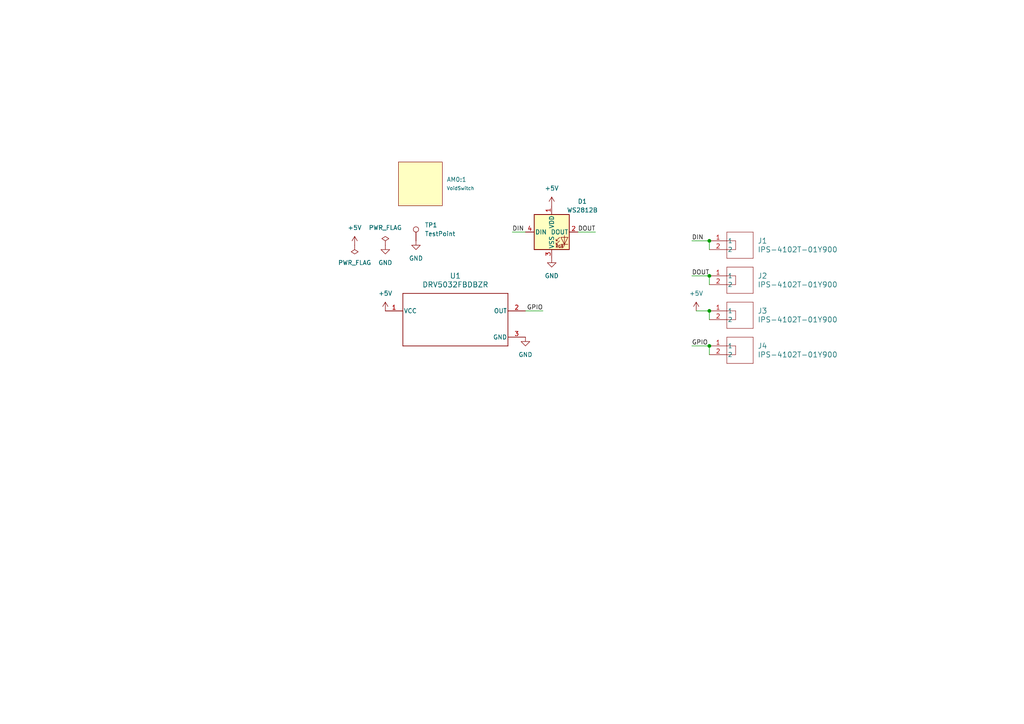
<source format=kicad_sch>
(kicad_sch (version 20230121) (generator eeschema)
  (paper "A4")
  (lib_symbols
    (symbol "Connector:TestPoint" (pin_numbers hide) (pin_names (offset 0.762) hide)
      (property "Reference" "TP" (at 0 6.858 0))
      (property "Value" "TestPoint" (at 0 5.08 0))
      (symbol "TestPoint_0_1"
        (circle (center 0 3.302) (radius 0.762))
      )
      (symbol "TestPoint_1_1"
        (pin passive line (at 0 0 90) (length 2.54) (name "1") (number "1"))
      )
    )
    (symbol "DRV5032FB:DRV5032FBDBZR" (pin_names (offset 0.254))
      (property "Reference" "U" (at 0 2.54 0))
      (property "Value" "DRV5032FBDBZR" (at 0 0 0))
      (symbol "DRV5032FBDBZR_0_1"
        (polyline (pts (xy -15.24 -7.62) (xy 15.24 -7.62)) (stroke (width 0.2032)))
        (polyline (pts (xy -15.24 7.62) (xy -15.24 -7.62)) (stroke (width 0.2032)))
        (polyline (pts (xy 15.24 -7.62) (xy 15.24 7.62)) (stroke (width 0.2032)))
        (polyline (pts (xy 15.24 7.62) (xy -15.24 7.62)) (stroke (width 0.2032)))
        (pin power_in line (at -20.32 2.54 0) (length 5.08) (name "VCC") (number "1"))
        (pin output line (at 20.32 2.54 180) (length 5.08) (name "OUT") (number "2"))
        (pin power_in line (at 20.32 -5.08 180) (length 5.08) (name "GND") (number "3"))
      )
    )
    (symbol "IPS-4102T-01Y900_1" (pin_names (offset 0.254))
      (property "Reference" "J" (at 8.89 6.35 0))
      (property "Value" "IPS-4102T-01Y900" (at 0 0 0))
      (symbol "IPS-4102T-01Y900_1_1_1"
        (polyline (pts (xy 5.08 -5.08) (xy 12.7 -5.08)) (stroke (width 0.127)))
        (polyline (pts (xy 5.08 -2.54) (xy 7.62 -2.54)) (stroke (width 0.127)))
        (polyline (pts (xy 5.08 0) (xy 7.62 0)) (stroke (width 0.127)))
        (polyline (pts (xy 5.08 2.54) (xy 5.08 -5.08)) (stroke (width 0.127)))
        (polyline (pts (xy 7.62 -2.54) (xy 7.62 0)) (stroke (width 0.127)))
        (polyline (pts (xy 12.7 -5.08) (xy 12.7 2.54)) (stroke (width 0.127)))
        (polyline (pts (xy 12.7 2.54) (xy 5.08 2.54)) (stroke (width 0.127)))
        (pin passive line (at 0 0 0) (length 5.08) (name "1") (number "1"))
        (pin passive line (at 0 -2.54 0) (length 5.08) (name "2") (number "2"))
      )
      (symbol "IPS-4102T-01Y900_1_1_2"
        (polyline (pts (xy 5.08 -5.08) (xy 12.7 -5.08)) (stroke (width 0.127)))
        (polyline (pts (xy 5.08 -2.54) (xy 7.62 -2.54)) (stroke (width 0.127)))
        (polyline (pts (xy 5.08 0) (xy 7.62 0)) (stroke (width 0.127)))
        (polyline (pts (xy 5.08 2.54) (xy 5.08 -5.08)) (stroke (width 0.127)))
        (polyline (pts (xy 7.62 -2.54) (xy 7.62 0)) (stroke (width 0.127)))
        (polyline (pts (xy 12.7 -5.08) (xy 12.7 2.54)) (stroke (width 0.127)))
        (polyline (pts (xy 12.7 2.54) (xy 5.08 2.54)) (stroke (width 0.127)))
        (pin passive line (at 0 0 0) (length 5.08) (name "1") (number "1"))
        (pin passive line (at 0 -2.54 0) (length 5.08) (name "2") (number "2"))
      )
    )
    (symbol "IPS-4102T-01Y900_2" (pin_names (offset 0.254))
      (property "Reference" "J" (at 8.89 6.35 0))
      (property "Value" "IPS-4102T-01Y900" (at 0 0 0))
      (symbol "IPS-4102T-01Y900_2_1_1"
        (polyline (pts (xy 5.08 -5.08) (xy 12.7 -5.08)) (stroke (width 0.127)))
        (polyline (pts (xy 5.08 -2.54) (xy 7.62 -2.54)) (stroke (width 0.127)))
        (polyline (pts (xy 5.08 0) (xy 7.62 0)) (stroke (width 0.127)))
        (polyline (pts (xy 5.08 2.54) (xy 5.08 -5.08)) (stroke (width 0.127)))
        (polyline (pts (xy 7.62 -2.54) (xy 7.62 0)) (stroke (width 0.127)))
        (polyline (pts (xy 12.7 -5.08) (xy 12.7 2.54)) (stroke (width 0.127)))
        (polyline (pts (xy 12.7 2.54) (xy 5.08 2.54)) (stroke (width 0.127)))
        (pin passive line (at 0 0 0) (length 5.08) (name "1") (number "1"))
        (pin passive line (at 0 -2.54 0) (length 5.08) (name "2") (number "2"))
      )
      (symbol "IPS-4102T-01Y900_2_1_2"
        (polyline (pts (xy 5.08 -5.08) (xy 12.7 -5.08)) (stroke (width 0.127)))
        (polyline (pts (xy 5.08 -2.54) (xy 7.62 -2.54)) (stroke (width 0.127)))
        (polyline (pts (xy 5.08 0) (xy 7.62 0)) (stroke (width 0.127)))
        (polyline (pts (xy 5.08 2.54) (xy 5.08 -5.08)) (stroke (width 0.127)))
        (polyline (pts (xy 7.62 -2.54) (xy 7.62 0)) (stroke (width 0.127)))
        (polyline (pts (xy 12.7 -5.08) (xy 12.7 2.54)) (stroke (width 0.127)))
        (polyline (pts (xy 12.7 2.54) (xy 5.08 2.54)) (stroke (width 0.127)))
        (pin passive line (at 0 0 0) (length 5.08) (name "1") (number "1"))
        (pin passive line (at 0 -2.54 0) (length 5.08) (name "2") (number "2"))
      )
    )
    (symbol "IPS-4102T-01Y900_3" (pin_names (offset 0.254))
      (property "Reference" "J" (at 8.89 6.35 0))
      (property "Value" "IPS-4102T-01Y900" (at 0 0 0))
      (symbol "IPS-4102T-01Y900_3_1_1"
        (polyline (pts (xy 5.08 -5.08) (xy 12.7 -5.08)) (stroke (width 0.127)))
        (polyline (pts (xy 5.08 -2.54) (xy 7.62 -2.54)) (stroke (width 0.127)))
        (polyline (pts (xy 5.08 0) (xy 7.62 0)) (stroke (width 0.127)))
        (polyline (pts (xy 5.08 2.54) (xy 5.08 -5.08)) (stroke (width 0.127)))
        (polyline (pts (xy 7.62 -2.54) (xy 7.62 0)) (stroke (width 0.127)))
        (polyline (pts (xy 12.7 -5.08) (xy 12.7 2.54)) (stroke (width 0.127)))
        (polyline (pts (xy 12.7 2.54) (xy 5.08 2.54)) (stroke (width 0.127)))
        (pin passive line (at 0 0 0) (length 5.08) (name "1") (number "1"))
        (pin passive line (at 0 -2.54 0) (length 5.08) (name "2") (number "2"))
      )
      (symbol "IPS-4102T-01Y900_3_1_2"
        (polyline (pts (xy 5.08 -5.08) (xy 12.7 -5.08)) (stroke (width 0.127)))
        (polyline (pts (xy 5.08 -2.54) (xy 7.62 -2.54)) (stroke (width 0.127)))
        (polyline (pts (xy 5.08 0) (xy 7.62 0)) (stroke (width 0.127)))
        (polyline (pts (xy 5.08 2.54) (xy 5.08 -5.08)) (stroke (width 0.127)))
        (polyline (pts (xy 7.62 -2.54) (xy 7.62 0)) (stroke (width 0.127)))
        (polyline (pts (xy 12.7 -5.08) (xy 12.7 2.54)) (stroke (width 0.127)))
        (polyline (pts (xy 12.7 2.54) (xy 5.08 2.54)) (stroke (width 0.127)))
        (pin passive line (at 0 0 0) (length 5.08) (name "1") (number "1"))
        (pin passive line (at 0 -2.54 0) (length 5.08) (name "2") (number "2"))
      )
    )
    (symbol "LED:WS2812B" (pin_names (offset 0.254))
      (property "Reference" "D" (at 5.08 5.715 0))
      (property "Value" "WS2812B" (at 1.27 -5.715 0))
      (symbol "WS2812B_0_0"
        (text "RGB" (at 2.286 -4.191 0) (effects (font (size 0.762 0.762))))
      )
      (symbol "WS2812B_0_1"
        (polyline (pts (xy 1.27 -3.556) (xy 1.778 -3.556)))
        (polyline (pts (xy 1.27 -2.54) (xy 1.778 -2.54)))
        (polyline (pts (xy 4.699 -3.556) (xy 2.667 -3.556)))
        (polyline (pts (xy 2.286 -2.54) (xy 1.27 -3.556) (xy 1.27 -3.048)))
        (polyline (pts (xy 2.286 -1.524) (xy 1.27 -2.54) (xy 1.27 -2.032)))
        (polyline (pts (xy 3.683 -1.016) (xy 3.683 -3.556) (xy 3.683 -4.064)))
        (polyline (pts (xy 4.699 -1.524) (xy 2.667 -1.524) (xy 3.683 -3.556) (xy 4.699 -1.524)))
        (rectangle (start 5.08 5.08) (end -5.08 -5.08) (stroke (width 0.254)) (fill (type background)))
      )
      (symbol "WS2812B_1_1"
        (pin power_in line (at 0 7.62 270) (length 2.54) (name "VDD") (number "1"))
        (pin output line (at 7.62 0 180) (length 2.54) (name "DOUT") (number "2"))
        (pin power_in line (at 0 -7.62 90) (length 2.54) (name "VSS") (number "3"))
        (pin input line (at -7.62 0 0) (length 2.54) (name "DIN") (number "4"))
      )
    )
    (symbol "PressureConnectors:IPS-4102T-01Y900" (pin_names (offset 0.254))
      (property "Reference" "J" (at 8.89 6.35 0))
      (property "Value" "IPS-4102T-01Y900" (at 0 0 0))
      (symbol "IPS-4102T-01Y900_1_1"
        (polyline (pts (xy 5.08 -5.08) (xy 12.7 -5.08)) (stroke (width 0.127)))
        (polyline (pts (xy 5.08 -2.54) (xy 7.62 -2.54)) (stroke (width 0.127)))
        (polyline (pts (xy 5.08 0) (xy 7.62 0)) (stroke (width 0.127)))
        (polyline (pts (xy 5.08 2.54) (xy 5.08 -5.08)) (stroke (width 0.127)))
        (polyline (pts (xy 7.62 -2.54) (xy 7.62 0)) (stroke (width 0.127)))
        (polyline (pts (xy 12.7 -5.08) (xy 12.7 2.54)) (stroke (width 0.127)))
        (polyline (pts (xy 12.7 2.54) (xy 5.08 2.54)) (stroke (width 0.127)))
        (pin passive line (at 0 0 0) (length 5.08) (name "1") (number "1"))
        (pin passive line (at 0 -2.54 0) (length 5.08) (name "2") (number "2"))
      )
      (symbol "IPS-4102T-01Y900_1_2"
        (polyline (pts (xy 5.08 -5.08) (xy 12.7 -5.08)) (stroke (width 0.127)))
        (polyline (pts (xy 5.08 -2.54) (xy 7.62 -2.54)) (stroke (width 0.127)))
        (polyline (pts (xy 5.08 0) (xy 7.62 0)) (stroke (width 0.127)))
        (polyline (pts (xy 5.08 2.54) (xy 5.08 -5.08)) (stroke (width 0.127)))
        (polyline (pts (xy 7.62 -2.54) (xy 7.62 0)) (stroke (width 0.127)))
        (polyline (pts (xy 12.7 -5.08) (xy 12.7 2.54)) (stroke (width 0.127)))
        (polyline (pts (xy 12.7 2.54) (xy 5.08 2.54)) (stroke (width 0.127)))
        (pin passive line (at 0 0 0) (length 5.08) (name "1") (number "1"))
        (pin passive line (at 0 -2.54 0) (length 5.08) (name "2") (number "2"))
      )
    )
    (symbol "power:+5V" (power) (pin_names (offset 0))
      (property "Value" "+5V" (at 0 3.556 0))
      (symbol "+5V_0_1"
        (polyline (pts (xy -0.762 1.27) (xy 0 2.54)))
        (polyline (pts (xy 0 0) (xy 0 2.54)))
        (polyline (pts (xy 0 2.54) (xy 0.762 1.27)))
      )
      (symbol "+5V_1_1"
        (pin power_in line (at 0 0 90) (length 0) hide (name "+5V") (number "1"))
      )
    )
    (symbol "power:GND" (power) (pin_names (offset 0))
      (property "Value" "GND" (at 0 -3.81 0))
      (symbol "GND_0_1"
        (polyline (pts (xy 0 0) (xy 0 -1.27) (xy 1.27 -1.27) (xy 0 -2.54) (xy -1.27 -1.27) (xy 0 -1.27)))
      )
      (symbol "GND_1_1"
        (pin power_in line (at 0 0 270) (length 0) hide (name "GND") (number "1"))
      )
    )
    (symbol "power:PWR_FLAG" (power) (pin_numbers hide) (pin_names (offset 0) hide)
      (property "Value" "PWR_FLAG" (at 0 3.81 0))
      (symbol "PWR_FLAG_0_0"
        (pin power_out line (at 0 0 90) (length 0) (name "pwr") (number "1"))
      )
      (symbol "PWR_FLAG_0_1"
        (polyline (pts (xy 0 0) (xy 0 1.27) (xy -1.016 1.905) (xy 0 2.54) (xy 1.016 1.905) (xy 0 1.27)))
      )
    )
    (symbol "voidswitch:VoidSwitch" (pin_names (offset 1.016)) (in_bom no)
      (property "Reference" "AM0:0" (at 0 -2.54 0))
      (property "Value" "VoidSwitch" (at 0 2.54 0))
      (symbol "VoidSwitch_0_1"
        (rectangle (start -6.35 6.35) (end 6.35 -6.35) (fill (type background)))
      )
    )
  )
  (junction (at 205.74 69.85))
  (junction (at 205.74 90.17))
  (junction (at 205.74 80.01))
  (junction (at 205.74 100.33))
  (wire (pts (xy 172.72 67.31) (xy 167.64 67.31)))
  (wire (pts (xy 205.74 80.01) (xy 205.74 82.55)))
  (wire (pts (xy 201.93 90.17) (xy 205.74 90.17)))
  (wire (pts (xy 200.66 100.33) (xy 205.74 100.33)))
  (wire (pts (xy 205.74 90.17) (xy 205.74 92.71)))
  (wire (pts (xy 148.59 67.31) (xy 152.4 67.31)))
  (wire (pts (xy 200.66 80.01) (xy 205.74 80.01)))
  (wire (pts (xy 205.74 69.85) (xy 205.74 72.39)))
  (wire (pts (xy 157.48 90.17) (xy 152.4 90.17)))
  (wire (pts (xy 200.66 69.85) (xy 205.74 69.85)))
  (wire (pts (xy 205.74 100.33) (xy 205.74 102.87)))
  (label "DOUT" (at 172.72 67.31 180))
  (label "GPIO" (at 200.66 100.33 0))
  (label "GPIO" (at 157.48 90.17 180))
  (label "DOUT" (at 200.66 80.01 0))
  (label "DIN" (at 200.66 69.85 0))
  (label "DIN" (at 148.59 67.31 0))
  (symbol (lib_id "power:PWR_FLAG") (at 102.87 71.12 180) (unit 1)
    (property "Reference" "#FLG01" (effects hide))
    (property "Value" "PWR_FLAG" (at 102.87 76.2 0))
  )
  (symbol (lib_id "PressureConnectors:IPS-4102T-01Y900") (at 205.74 100.33 0) (unit 1)
    (property "Reference" "J4" (at 219.71 100.33 0) (effects (font (size 1.524 1.524)) (justify left)))
    (property "Value" "IPS-4102T-01Y900" (at 219.71 102.87 0) (effects (font (size 1.524 1.524)) (justify left)))
    (property "Footprint" "PressureConnectors:CONN2_IPS-4102T_IRE" (effects hide))
    (property "Datasheet" "IPS-4102T-01Y900" (effects hide))
  )
  (symbol (lib_id "power:GND") (at 120.65 69.85 0) (unit 1)
    (property "Reference" "#PWR08" (effects hide))
    (property "Value" "GND" (at 120.65 74.93 0))
  )
  (symbol (lib_id "power:+5V") (at 102.87 71.12 0) (unit 1)
    (property "Reference" "#PWR01" (effects hide))
    (property "Value" "+5V" (at 102.87 66.04 0))
  )
  (symbol (lib_id "power:PWR_FLAG") (at 111.76 71.12 0) (unit 1)
    (property "Reference" "#FLG02" (effects hide))
    (property "Value" "PWR_FLAG" (at 111.76 66.04 0))
  )
  (symbol (lib_id "power:GND") (at 152.4 97.79 0) (unit 1)
    (property "Reference" "#PWR04" (effects hide))
    (property "Value" "GND" (at 152.4 102.87 0))
  )
  (symbol (lib_name "IPS-4102T-01Y900_2") (lib_id "PressureConnectors:IPS-4102T-01Y900") (at 205.74 80.01 0) (unit 1)
    (property "Reference" "J2" (at 219.71 80.01 0) (effects (font (size 1.524 1.524)) (justify left)))
    (property "Value" "IPS-4102T-01Y900" (at 219.71 82.55 0) (effects (font (size 1.524 1.524)) (justify left)))
    (property "Footprint" "PressureConnectors:CONN2_IPS-4102T_IRE" (effects hide))
    (property "Datasheet" "IPS-4102T-01Y900" (effects hide))
  )
  (symbol (lib_id "power:GND") (at 160.02 74.93 0) (unit 1)
    (property "Reference" "#PWR06" (effects hide))
    (property "Value" "GND" (at 160.02 80.01 0))
  )
  (symbol (lib_id "LED:WS2812B") (at 160.02 67.31 0) (unit 1)
    (property "Reference" "D1" (at 168.91 58.42 0))
    (property "Value" "WS2812B" (at 168.91 60.96 0))
    (property "Footprint" "LED_SMD:LED_SK6812_EC15_1.5x1.5mm" (effects hide))
    (property "Datasheet" "https://cdn-shop.adafruit.com/datasheets/WS2812B.pdf" (effects hide))
  )
  (symbol (lib_id "DRV5032FB:DRV5032FBDBZR") (at 132.08 92.71 0) (unit 1)
    (property "Reference" "U1" (at 132.08 80.01 0) (effects (font (size 1.524 1.524))))
    (property "Value" "DRV5032FBDBZR" (at 132.08 82.55 0) (effects (font (size 1.524 1.524))))
    (property "Footprint" "DRV5032FB:DBZ0003A_L" (effects hide))
    (property "Datasheet" "DRV5032FBDBZR" (effects hide))
  )
  (symbol (lib_id "power:+5V") (at 201.93 90.17 0) (unit 1)
    (property "Reference" "#PWR07" (effects hide))
    (property "Value" "+5V" (at 201.93 85.09 0))
  )
  (symbol (lib_id "power:GND") (at 111.76 71.12 0) (unit 1)
    (property "Reference" "#PWR02" (effects hide))
    (property "Value" "GND" (at 111.76 76.2 0))
  )
  (symbol (lib_name "IPS-4102T-01Y900_3") (lib_id "PressureConnectors:IPS-4102T-01Y900") (at 205.74 90.17 0) (unit 1)
    (property "Reference" "J3" (at 219.71 90.17 0) (effects (font (size 1.524 1.524)) (justify left)))
    (property "Value" "IPS-4102T-01Y900" (at 219.71 92.71 0) (effects (font (size 1.524 1.524)) (justify left)))
    (property "Footprint" "PressureConnectors:CONN2_IPS-4102T_IRE" (effects hide))
    (property "Datasheet" "IPS-4102T-01Y900" (effects hide))
  )
  (symbol (lib_name "IPS-4102T-01Y900_1") (lib_id "PressureConnectors:IPS-4102T-01Y900") (at 205.74 69.85 0) (unit 1)
    (property "Reference" "J1" (at 219.71 69.85 0) (effects (font (size 1.524 1.524)) (justify left)))
    (property "Value" "IPS-4102T-01Y900" (at 219.71 72.39 0) (effects (font (size 1.524 1.524)) (justify left)))
    (property "Footprint" "PressureConnectors:CONN2_IPS-4102T_IRE" (effects hide))
    (property "Datasheet" "IPS-4102T-01Y900" (effects hide))
  )
  (symbol (lib_id "power:+5V") (at 111.76 90.17 0) (unit 1)
    (property "Reference" "#PWR03" (effects hide))
    (property "Value" "+5V" (at 111.76 85.09 0))
  )
  (symbol (lib_id "voidswitch:VoidSwitch") (at 121.92 53.34 0) (unit 1) (in_bom no)
    (property "Reference" "AM0:1" (at 129.54 52.07 0) (effects (justify left)))
    (property "Value" "VoidSwitch" (at 129.54 54.61 0) (effects (font (size 0.9906 0.9906)) (justify left)))
    (property "Footprint" "Void_Switch:VoidSwitch_1u_SMD" (effects hide))
    (property "NOTE" "Replace \"AM0:0\" with the actual MUX pin" (effects hide))
  )
  (symbol (lib_id "power:+5V") (at 160.02 59.69 0) (unit 1)
    (property "Reference" "#PWR05" (effects hide))
    (property "Value" "+5V" (at 160.02 54.61 0))
  )
  (symbol (lib_id "Connector:TestPoint") (at 120.65 69.85 0) (unit 1)
    (property "Reference" "TP1" (at 123.19 65.278 0) (effects (justify left)))
    (property "Value" "TestPoint" (at 123.19 67.818 0) (effects (justify left)))
    (property "Footprint" "TestPoint:TestPoint_Loop_D3.80mm_Drill2.0mm" (effects hide))
  )
)
</source>
